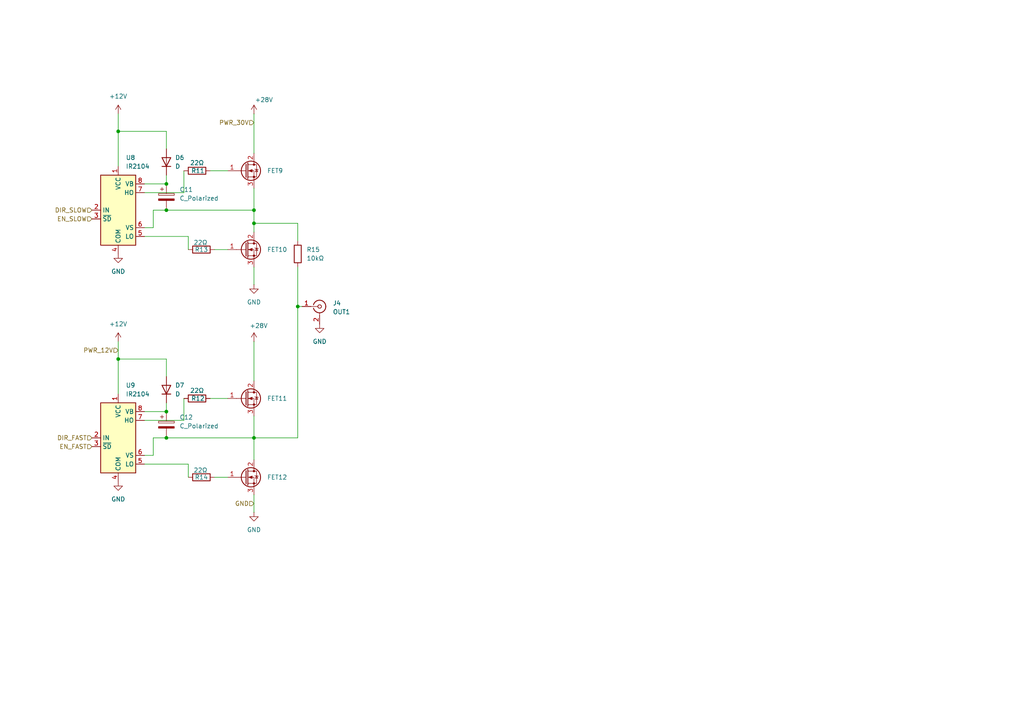
<source format=kicad_sch>
(kicad_sch (version 20250114) (generator "eeschema") (generator_version "9.0")
  (paper "A4")
  (lib_symbols
    (symbol "Connector:Conn_Coaxial" (pin_names (offset 1.016) (hide yes))
      (property "Reference" "J" (at 0.254 3.048 0))
      (property "Value" "Conn_Coaxial" (at 2.921 0 90))
      (symbol "Conn_Coaxial_0_1"
        (polyline (pts (xy -2.54 0) (xy -0.508 0)))
        (arc (start 1.778 0) (mid 0.222 -1.8079) (end -1.778 -0.508) (stroke (width 0.254)))
        (arc (start -1.778 0.508) (mid 0.2221 1.8084) (end 1.778 0) (stroke (width 0.254)))
        (circle (center 0 0) (radius 0.508) (stroke (width 0.2032)))
        (polyline (pts (xy 0 -2.54) (xy 0 -1.778)))
      )
      (symbol "Conn_Coaxial_1_1"
        (pin passive line (at -5.08 0 0) (length 2.54) (name "In") (number "1"))
        (pin passive line (at 0 -5.08 90) (length 2.54) (name "Ext") (number "2"))
      )
    )
    (symbol "Device:C_Polarized" (pin_numbers (hide yes)) (pin_names (offset 0.254))
      (property "Reference" "C" (at 0.635 2.54 0))
      (property "Value" "C_Polarized" (at 0.635 -2.54 0))
      (symbol "C_Polarized_0_1"
        (rectangle (start -2.286 0.508) (end 2.286 1.016))
        (polyline (pts (xy -1.778 2.286) (xy -0.762 2.286)))
        (polyline (pts (xy -1.27 2.794) (xy -1.27 1.778)))
        (rectangle (start 2.286 -0.508) (end -2.286 -1.016) (fill (type outline)))
      )
      (symbol "C_Polarized_1_1"
        (pin passive line (at 0 3.81 270) (length 2.794) (name "~") (number "1"))
        (pin passive line (at 0 -3.81 90) (length 2.794) (name "~") (number "2"))
      )
    )
    (symbol "Device:D" (pin_numbers (hide yes)) (pin_names (offset 1.016) (hide yes))
      (property "Reference" "D" (at 0 2.54 0))
      (property "Value" "D" (at 0 -2.54 0))
      (symbol "D_0_1"
        (polyline (pts (xy -1.27 1.27) (xy -1.27 -1.27)) (stroke (width 0.254)))
        (polyline (pts (xy 1.27 1.27) (xy 1.27 -1.27) (xy -1.27 0) (xy 1.27 1.27)) (stroke (width 0.254)))
        (polyline (pts (xy 1.27 0) (xy -1.27 0)))
      )
      (symbol "D_1_1"
        (pin passive line (at -3.81 0 0) (length 2.54) (name "K") (number "1"))
        (pin passive line (at 3.81 0 180) (length 2.54) (name "A") (number "2"))
      )
    )
    (symbol "Device:Q_NMOS_Depletion_GDS" (pin_names (offset 0) (hide yes))
      (property "Reference" "Q" (at 5.08 1.905 0))
      (property "Value" "Q_NMOS_Depletion_GDS" (at 5.08 0 0))
      (symbol "Q_NMOS_Depletion_GDS_0_1"
        (polyline (pts (xy 0.254 1.905) (xy 0.254 -1.905)) (stroke (width 0.254)))
        (polyline (pts (xy 0.254 0) (xy -2.54 0)))
        (polyline (pts (xy 0.762 2.286) (xy 0.762 -2.286)) (stroke (width 0.254)))
        (polyline (pts (xy 0.762 -1.778) (xy 3.302 -1.778) (xy 3.302 1.778) (xy 0.762 1.778)))
        (polyline (pts (xy 1.016 0) (xy 2.032 0.381) (xy 2.032 -0.381) (xy 1.016 0)) (fill (type outline)))
        (circle (center 1.651 0) (radius 2.794) (stroke (width 0.254)))
        (polyline (pts (xy 2.54 2.54) (xy 2.54 1.778)))
        (circle (center 2.54 1.778) (radius 0.254) (fill (type outline)))
        (circle (center 2.54 -1.778) (radius 0.254) (fill (type outline)))
        (polyline (pts (xy 2.54 -2.54) (xy 2.54 0) (xy 0.762 0)))
        (polyline (pts (xy 2.794 0.508) (xy 2.921 0.381) (xy 3.683 0.381) (xy 3.81 0.254)))
        (polyline (pts (xy 3.302 0.381) (xy 2.921 -0.254) (xy 3.683 -0.254) (xy 3.302 0.381)))
      )
      (symbol "Q_NMOS_Depletion_GDS_1_1"
        (pin input line (at -5.08 0 0) (length 2.54) (name "G") (number "1"))
        (pin passive line (at 2.54 5.08 270) (length 2.54) (name "D") (number "2"))
        (pin passive line (at 2.54 -5.08 90) (length 2.54) (name "S") (number "3"))
      )
    )
    (symbol "Device:R" (pin_numbers (hide yes)) (pin_names (offset 0))
      (property "Reference" "R" (at 2.032 0 90))
      (property "Value" "R" (at 0 0 90))
      (symbol "R_0_1"
        (rectangle (start -1.016 -2.54) (end 1.016 2.54) (stroke (width 0.254)))
      )
      (symbol "R_1_1"
        (pin passive line (at 0 3.81 270) (length 1.27) (name "~") (number "1"))
        (pin passive line (at 0 -3.81 90) (length 1.27) (name "~") (number "2"))
      )
    )
    (symbol "Driver_FET:IR2104"
      (property "Reference" "U" (at 1.27 13.335 0))
      (property "Value" "IR2104" (at 1.27 11.43 0))
      (symbol "IR2104_0_1"
        (rectangle (start -5.08 -10.16) (end 5.08 10.16) (stroke (width 0.254)) (fill (type background)))
      )
      (symbol "IR2104_1_1"
        (pin input line (at -7.62 0 0) (length 2.54) (name "IN") (number "2"))
        (pin input line (at -7.62 -2.54 0) (length 2.54) (name "~{SD}") (number "3"))
        (pin power_in line (at 0 12.7 270) (length 2.54) (name "VCC") (number "1"))
        (pin power_in line (at 0 -12.7 90) (length 2.54) (name "COM") (number "4"))
        (pin passive line (at 7.62 7.62 180) (length 2.54) (name "VB") (number "8"))
        (pin output line (at 7.62 5.08 180) (length 2.54) (name "HO") (number "7"))
        (pin passive line (at 7.62 -5.08 180) (length 2.54) (name "VS") (number "6"))
        (pin output line (at 7.62 -7.62 180) (length 2.54) (name "LO") (number "5"))
      )
    )
    (symbol "power:+12V" (power) (pin_numbers (hide yes)) (pin_names (offset 0) (hide yes))
      (property "Value" "+12V" (at 0 3.556 0))
      (symbol "+12V_0_1"
        (polyline (pts (xy -0.762 1.27) (xy 0 2.54)))
        (polyline (pts (xy 0 2.54) (xy 0.762 1.27)))
        (polyline (pts (xy 0 0) (xy 0 2.54)))
      )
      (symbol "+12V_1_1"
        (pin power_in line (at 0 0 90) (length 0) (name "~") (number "1"))
      )
    )
    (symbol "power:+36V" (power) (pin_numbers (hide yes)) (pin_names (offset 0) (hide yes))
      (property "Value" "+36V" (at 0 3.556 0))
      (symbol "+36V_0_1"
        (polyline (pts (xy -0.762 1.27) (xy 0 2.54)))
        (polyline (pts (xy 0 2.54) (xy 0.762 1.27)))
        (polyline (pts (xy 0 0) (xy 0 2.54)))
      )
      (symbol "+36V_1_1"
        (pin power_in line (at 0 0 90) (length 0) (name "~") (number "1"))
      )
    )
    (symbol "power:GND" (power) (pin_numbers (hide yes)) (pin_names (offset 0) (hide yes))
      (property "Value" "GND" (at 0 -3.81 0))
      (symbol "GND_0_1"
        (polyline (pts (xy 0 0) (xy 0 -1.27) (xy 1.27 -1.27) (xy 0 -2.54) (xy -1.27 -1.27) (xy 0 -1.27)))
      )
      (symbol "GND_1_1"
        (pin power_in line (at 0 0 270) (length 0) (name "~") (number "1"))
      )
    )
  )
  (junction (at 48.26 127))
  (junction (at 48.26 119.38))
  (junction (at 73.66 127))
  (junction (at 73.66 60.96))
  (junction (at 86.36 88.9))
  (junction (at 48.26 53.34))
  (junction (at 34.29 104.14))
  (junction (at 48.26 60.96))
  (junction (at 34.29 38.1))
  (junction (at 73.66 64.77))
  (wire (pts (xy 73.66 33.02) (xy 73.66 44.45)))
  (wire (pts (xy 34.29 38.1) (xy 34.29 48.26)))
  (wire (pts (xy 48.26 43.18) (xy 48.26 38.1)))
  (wire (pts (xy 41.91 66.04) (xy 44.45 66.04)))
  (wire (pts (xy 53.34 121.92) (xy 41.91 121.92)))
  (wire (pts (xy 73.66 143.51) (xy 73.66 148.59)))
  (wire (pts (xy 73.66 54.61) (xy 73.66 60.96)))
  (wire (pts (xy 48.26 50.8) (xy 48.26 53.34)))
  (wire (pts (xy 44.45 132.08) (xy 44.45 127)))
  (wire (pts (xy 48.26 109.22) (xy 48.26 104.14)))
  (wire (pts (xy 62.23 138.43) (xy 66.04 138.43)))
  (wire (pts (xy 53.34 115.57) (xy 53.34 121.92)))
  (wire (pts (xy 48.26 127) (xy 73.66 127)))
  (wire (pts (xy 53.34 55.88) (xy 41.91 55.88)))
  (wire (pts (xy 41.91 119.38) (xy 48.26 119.38)))
  (wire (pts (xy 73.66 77.47) (xy 73.66 82.55)))
  (wire (pts (xy 44.45 127) (xy 48.26 127)))
  (wire (pts (xy 41.91 53.34) (xy 48.26 53.34)))
  (wire (pts (xy 86.36 64.77) (xy 73.66 64.77)))
  (wire (pts (xy 44.45 60.96) (xy 48.26 60.96)))
  (wire (pts (xy 86.36 64.77) (xy 86.36 69.85)))
  (wire (pts (xy 73.66 64.77) (xy 73.66 67.31)))
  (wire (pts (xy 53.34 49.53) (xy 53.34 55.88)))
  (wire (pts (xy 86.36 88.9) (xy 86.36 127)))
  (wire (pts (xy 73.66 60.96) (xy 73.66 64.77)))
  (wire (pts (xy 60.96 49.53) (xy 66.04 49.53)))
  (wire (pts (xy 73.66 120.65) (xy 73.66 127)))
  (wire (pts (xy 60.96 115.57) (xy 66.04 115.57)))
  (wire (pts (xy 73.66 127) (xy 73.66 133.35)))
  (wire (pts (xy 54.61 134.62) (xy 54.61 138.43)))
  (wire (pts (xy 48.26 60.96) (xy 73.66 60.96)))
  (wire (pts (xy 34.29 104.14) (xy 34.29 114.3)))
  (wire (pts (xy 73.66 99.06) (xy 73.66 110.49)))
  (wire (pts (xy 86.36 77.47) (xy 86.36 88.9)))
  (wire (pts (xy 41.91 134.62) (xy 54.61 134.62)))
  (wire (pts (xy 41.91 68.58) (xy 54.61 68.58)))
  (wire (pts (xy 62.23 72.39) (xy 66.04 72.39)))
  (wire (pts (xy 48.26 104.14) (xy 34.29 104.14)))
  (wire (pts (xy 48.26 38.1) (xy 34.29 38.1)))
  (wire (pts (xy 41.91 132.08) (xy 44.45 132.08)))
  (wire (pts (xy 86.36 88.9) (xy 87.63 88.9)))
  (wire (pts (xy 34.29 99.06) (xy 34.29 104.14)))
  (wire (pts (xy 54.61 68.58) (xy 54.61 72.39)))
  (wire (pts (xy 48.26 116.84) (xy 48.26 119.38)))
  (wire (pts (xy 44.45 66.04) (xy 44.45 60.96)))
  (wire (pts (xy 34.29 33.02) (xy 34.29 38.1)))
  (wire (pts (xy 73.66 127) (xy 86.36 127)))
  (hierarchical_label "GND" (shape input) (at 73.66 146.05 180))
  (hierarchical_label "PWR_12V" (shape input) (at 34.29 101.6 180))
  (hierarchical_label "EN_SLOW" (shape input) (at 26.67 63.5 180))
  (hierarchical_label "EN_FAST" (shape input) (at 26.67 129.54 180))
  (hierarchical_label "DIR_SLOW" (shape input) (at 26.67 60.96 180))
  (hierarchical_label "PWR_30V" (shape input) (at 73.66 35.56 180))
  (hierarchical_label "DIR_FAST" (shape input) (at 26.67 127 180))
  (symbol (lib_id "power:+36V") (at 73.66 99.06 0) (unit 1)
    (property "Reference" "#PWR026" (effects (hide yes)))
    (property "Value" "+28V" (at 72.39 94.488 0) (effects (justify left)))
    (property "Description" "Power symbol creates a global label with name \"+36V\"" (effects (hide yes)))
    (instances (project "homemade_attocube" (path "" (reference "#PWR035") (unit 1)) (path "" (reference "#PWR07") (unit 1)) (path "" (reference "#PWR026") (unit 1))))
  )
  (symbol (lib_id "Device:Q_NMOS_Depletion_GDS") (at 71.12 49.53 0) (unit 1)
    (property "Reference" "FET1" (at 77.47 49.5299 0) (effects (justify left)))
    (property "Value" "Q_NMOS_Depletion_GDS" (effects (hide yes)))
    (property "Footprint" "Package_TO_SOT_THT:TO-220-3_Vertical" (effects (hide yes)))
    (property "Description" "Depletion-mode N-channel MOSFET gate/drain/source" (effects (hide yes)))
    (instances (project "homemade_attocube" (path "" (reference "FET9") (unit 1)) (path "" (reference "FET5") (unit 1)) (path "" (reference "FET1") (unit 1))))
  )
  (symbol (lib_id "power:GND") (at 73.66 82.55 0) (unit 1)
    (property "Reference" "#PWR025" (effects (hide yes)))
    (property "Value" "GND" (at 73.66 87.63 0))
    (property "Description" "Power symbol creates a global label with name \"GND\" , ground" (effects (hide yes)))
    (instances (project "homemade_attocube" (path "" (reference "#PWR034") (unit 1)) (path "" (reference "#PWR06") (unit 1)) (path "" (reference "#PWR025") (unit 1))))
  )
  (symbol (lib_id "Device:C_Polarized") (at 48.26 57.15 0) (unit 1)
    (property "Reference" "C7" (at 52.07 54.9909 0) (effects (justify left)))
    (property "Value" "C_Polarized" (at 52.07 57.5309 0) (effects (justify left)))
    (property "Footprint" "Capacitor_THT:CP_Radial_D5.0mm_P2.00mm" (effects (hide yes)))
    (property "Description" "Polarized capacitor" (effects (hide yes)))
    (instances (project "homemade_attocube" (path "" (reference "C11") (unit 1)) (path "" (reference "C1") (unit 1)) (path "" (reference "C7") (unit 1))))
  )
  (symbol (lib_id "power:GND") (at 73.66 148.59 0) (unit 1)
    (property "Reference" "#PWR027" (effects (hide yes)))
    (property "Value" "GND" (at 73.66 153.67 0))
    (property "Description" "Power symbol creates a global label with name \"GND\" , ground" (effects (hide yes)))
    (instances (project "homemade_attocube" (path "" (reference "#PWR036") (unit 1)) (path "" (reference "#PWR08") (unit 1)) (path "" (reference "#PWR027") (unit 1))))
  )
  (symbol (lib_id "Device:R") (at 57.15 115.57 90) (unit 1)
    (property "Reference" "R7" (at 57.404 115.57 90))
    (property "Value" "22Ω" (at 57.15 113.284 90))
    (property "Footprint" "Resistor_SMD:R_1206_3216Metric_Pad1.30x1.75mm_HandSolder" (effects (hide yes)))
    (property "Description" "Resistor" (effects (hide yes)))
    (instances (project "homemade_attocube" (path "" (reference "R12") (unit 1)) (path "" (reference "R2") (unit 1)) (path "" (reference "R7") (unit 1))))
  )
  (symbol (lib_id "power:+36V") (at 73.66 33.02 0) (unit 1)
    (property "Reference" "#PWR024" (effects (hide yes)))
    (property "Value" "+28V" (at 73.914 28.956 0) (effects (justify left)))
    (property "Description" "Power symbol creates a global label with name \"+36V\"" (effects (hide yes)))
    (instances (project "homemade_attocube" (path "" (reference "#PWR033") (unit 1)) (path "" (reference "#PWR05") (unit 1)) (path "" (reference "#PWR024") (unit 1))))
  )
  (symbol (lib_id "Device:Q_NMOS_Depletion_GDS") (at 71.12 138.43 0) (unit 1)
    (property "Reference" "FET4" (at 77.47 138.4299 0) (effects (justify left)))
    (property "Value" "Q_NMOS_Depletion_GDS" (effects (hide yes)))
    (property "Footprint" "Package_TO_SOT_THT:TO-220-3_Vertical" (effects (hide yes)))
    (property "Description" "Depletion-mode N-channel MOSFET gate/drain/source" (effects (hide yes)))
    (instances (project "homemade_attocube" (path "" (reference "FET12") (unit 1)) (path "" (reference "FET8") (unit 1)) (path "" (reference "FET4") (unit 1))))
  )
  (symbol (lib_id "Driver_FET:IR2104") (at 34.29 127 0) (unit 1)
    (property "Reference" "U7" (at 36.4841 111.76 0) (effects (justify left)))
    (property "Value" "IR2104" (at 36.4841 114.3 0) (effects (justify left)))
    (property "Footprint" "Package_SO:SOIC-8_3.9x4.9mm_P1.27mm" (effects (hide yes)))
    (property "Datasheet" "https://www.infineon.com/dgdl/ir2104.pdf?fileId=5546d462533600a4015355c7c1c31671" (effects (hide yes)))
    (property "Description" "Half-Bridge Driver, 600V, 210/360mA, PDIP-8/SOIC-8" (effects (hide yes)))
    (instances (project "homemade_attocube" (path "" (reference "U9") (unit 1)) (path "" (reference "U2") (unit 1)) (path "" (reference "U7") (unit 1))))
  )
  (symbol (lib_id "power:GND") (at 92.71 93.98 0) (unit 1)
    (property "Reference" "#PWR028" (effects (hide yes)))
    (property "Value" "GND" (at 92.71 99.06 0))
    (property "Description" "Power symbol creates a global label with name \"GND\" , ground" (effects (hide yes)))
    (instances (project "homemade_attocube" (path "" (reference "#PWR037") (unit 1)) (path "" (reference "#PWR019") (unit 1)) (path "" (reference "#PWR028") (unit 1))))
  )
  (symbol (lib_id "power:+12V") (at 34.29 33.02 0) (unit 1)
    (property "Reference" "#PWR020" (effects (hide yes)))
    (property "Value" "+12V" (at 34.29 27.94 0))
    (property "Description" "Power symbol creates a global label with name \"+12V\"" (effects (hide yes)))
    (instances (project "homemade_attocube" (path "" (reference "#PWR029") (unit 1)) (path "" (reference "#PWR01") (unit 1)) (path "" (reference "#PWR020") (unit 1))))
  )
  (symbol (lib_id "Device:R") (at 58.42 138.43 90) (unit 1)
    (property "Reference" "R9" (at 58.42 138.43 90))
    (property "Value" "22Ω" (at 58.166 136.398 90))
    (property "Footprint" "Resistor_SMD:R_1206_3216Metric_Pad1.30x1.75mm_HandSolder" (effects (hide yes)))
    (property "Description" "Resistor" (effects (hide yes)))
    (instances (project "homemade_attocube" (path "" (reference "R14") (unit 1)) (path "" (reference "R4") (unit 1)) (path "" (reference "R9") (unit 1))))
  )
  (symbol (lib_id "power:GND") (at 34.29 73.66 0) (unit 1)
    (property "Reference" "#PWR021" (effects (hide yes)))
    (property "Value" "GND" (at 34.29 78.74 0))
    (property "Description" "Power symbol creates a global label with name \"GND\" , ground" (effects (hide yes)))
    (instances (project "homemade_attocube" (path "" (reference "#PWR030") (unit 1)) (path "" (reference "#PWR02") (unit 1)) (path "" (reference "#PWR021") (unit 1))))
  )
  (symbol (lib_id "Device:Q_NMOS_Depletion_GDS") (at 71.12 115.57 0) (unit 1)
    (property "Reference" "FET3" (at 77.47 115.5699 0) (effects (justify left)))
    (property "Value" "Q_NMOS_Depletion_GDS" (effects (hide yes)))
    (property "Footprint" "Package_TO_SOT_THT:TO-220-3_Vertical" (effects (hide yes)))
    (property "Description" "Depletion-mode N-channel MOSFET gate/drain/source" (effects (hide yes)))
    (instances (project "homemade_attocube" (path "" (reference "FET11") (unit 1)) (path "" (reference "FET7") (unit 1)) (path "" (reference "FET3") (unit 1))))
  )
  (symbol (lib_id "Device:C_Polarized") (at 48.26 123.19 0) (unit 1)
    (property "Reference" "C8" (at 52.07 121.0309 0) (effects (justify left)))
    (property "Value" "C_Polarized" (at 52.07 123.5709 0) (effects (justify left)))
    (property "Footprint" "Capacitor_THT:CP_Radial_D5.0mm_P2.00mm" (effects (hide yes)))
    (property "Description" "Polarized capacitor" (effects (hide yes)))
    (instances (project "homemade_attocube" (path "" (reference "C12") (unit 1)) (path "" (reference "C2") (unit 1)) (path "" (reference "C8") (unit 1))))
  )
  (symbol (lib_id "Device:D") (at 48.26 46.99 90) (unit 1)
    (property "Reference" "D4" (at 50.8 45.7199 90) (effects (justify right)))
    (property "Value" "D" (at 50.8 48.2599 90) (effects (justify right)))
    (property "Footprint" "Diode_SMD:D_1206_3216Metric_Pad1.42x1.75mm_HandSolder" (effects (hide yes)))
    (property "Description" "Diode" (effects (hide yes)))
    (property "Sim.Device" "D" (effects (hide yes)))
    (property "Sim.Pins" "1=K 2=A" (effects (hide yes)))
    (instances (project "homemade_attocube" (path "" (reference "D6") (unit 1)) (path "" (reference "D1") (unit 1)) (path "" (reference "D4") (unit 1))))
  )
  (symbol (lib_id "Device:D") (at 48.26 113.03 90) (unit 1)
    (property "Reference" "D5" (at 50.8 111.7599 90) (effects (justify right)))
    (property "Value" "D" (at 50.8 114.2999 90) (effects (justify right)))
    (property "Footprint" "Diode_SMD:D_1206_3216Metric_Pad1.42x1.75mm_HandSolder" (effects (hide yes)))
    (property "Description" "Diode" (effects (hide yes)))
    (property "Sim.Device" "D" (effects (hide yes)))
    (property "Sim.Pins" "1=K 2=A" (effects (hide yes)))
    (instances (project "homemade_attocube" (path "" (reference "D7") (unit 1)) (path "" (reference "D2") (unit 1)) (path "" (reference "D5") (unit 1))))
  )
  (symbol (lib_id "Device:R") (at 86.36 73.66 180) (unit 1)
    (property "Reference" "R10" (at 88.9 72.3899 0) (effects (justify right)))
    (property "Value" "10kΩ" (at 88.9 74.9299 0) (effects (justify right)))
    (property "Footprint" "Resistor_SMD:R_1206_3216Metric_Pad1.30x1.75mm_HandSolder" (effects (hide yes)))
    (property "Description" "Resistor" (effects (hide yes)))
    (instances (project "homemade_attocube" (path "" (reference "R15") (unit 1)) (path "" (reference "R5") (unit 1)) (path "" (reference "R10") (unit 1))))
  )
  (symbol (lib_id "Device:R") (at 58.42 72.39 90) (unit 1)
    (property "Reference" "R8" (at 58.42 72.39 90))
    (property "Value" "22Ω" (at 58.166 70.358 90))
    (property "Footprint" "Resistor_SMD:R_1206_3216Metric_Pad1.30x1.75mm_HandSolder" (effects (hide yes)))
    (property "Description" "Resistor" (effects (hide yes)))
    (instances (project "homemade_attocube" (path "" (reference "R13") (unit 1)) (path "" (reference "R3") (unit 1)) (path "" (reference "R8") (unit 1))))
  )
  (symbol (lib_id "Driver_FET:IR2104") (at 34.29 60.96 0) (unit 1)
    (property "Reference" "U6" (at 36.4841 45.72 0) (effects (justify left)))
    (property "Value" "IR2104" (at 36.4841 48.26 0) (effects (justify left)))
    (property "Footprint" "Package_SO:SOIC-8_3.9x4.9mm_P1.27mm" (effects (hide yes)))
    (property "Datasheet" "https://www.infineon.com/dgdl/ir2104.pdf?fileId=5546d462533600a4015355c7c1c31671" (effects (hide yes)))
    (property "Description" "Half-Bridge Driver, 600V, 210/360mA, PDIP-8/SOIC-8" (effects (hide yes)))
    (instances (project "homemade_attocube" (path "" (reference "U8") (unit 1)) (path "" (reference "U1") (unit 1)) (path "" (reference "U6") (unit 1))))
  )
  (symbol (lib_id "power:+12V") (at 34.29 99.06 0) (unit 1)
    (property "Reference" "#PWR022" (effects (hide yes)))
    (property "Value" "+12V" (at 34.29 93.98 0))
    (property "Description" "Power symbol creates a global label with name \"+12V\"" (effects (hide yes)))
    (instances (project "homemade_attocube" (path "" (reference "#PWR031") (unit 1)) (path "" (reference "#PWR03") (unit 1)) (path "" (reference "#PWR022") (unit 1))))
  )
  (symbol (lib_id "power:GND") (at 34.29 139.7 0) (unit 1)
    (property "Reference" "#PWR023" (effects (hide yes)))
    (property "Value" "GND" (at 34.29 144.78 0))
    (property "Description" "Power symbol creates a global label with name \"GND\" , ground" (effects (hide yes)))
    (instances (project "homemade_attocube" (path "" (reference "#PWR032") (unit 1)) (path "" (reference "#PWR04") (unit 1)) (path "" (reference "#PWR023") (unit 1))))
  )
  (symbol (lib_id "Device:R") (at 57.15 49.53 90) (unit 1)
    (property "Reference" "R6" (at 57.404 49.53 90))
    (property "Value" "22Ω" (at 57.15 47.244 90))
    (property "Footprint" "Resistor_SMD:R_1206_3216Metric_Pad1.30x1.75mm_HandSolder" (effects (hide yes)))
    (property "Description" "Resistor" (effects (hide yes)))
    (instances (project "homemade_attocube" (path "" (reference "R11") (unit 1)) (path "" (reference "R1") (unit 1)) (path "" (reference "R6") (unit 1))))
  )
  (symbol (lib_id "Connector:Conn_Coaxial") (at 92.71 88.9 0) (unit 1)
    (property "Reference" "J3" (at 96.52 87.9231 0) (effects (justify left)))
    (property "Value" "OUT1" (at 96.52 90.4631 0) (effects (justify left)))
    (property "Footprint" "Connector_Coaxial:BNC_Amphenol_B6252HB-NPP3G-50_Horizontal" (effects (hide yes)))
    (property "Datasheet" " ~" (effects (hide yes)))
    (property "Description" "coaxial connector (BNC, SMA, SMB, SMC, Cinch/RCA, LEMO, ...)" (effects (hide yes)))
    (instances (project "homemade_attocube" (path "" (reference "J4") (unit 1)) (path "" (reference "J2") (unit 1)) (path "" (reference "J3") (unit 1))))
  )
  (symbol (lib_id "Device:Q_NMOS_Depletion_GDS") (at 71.12 72.39 0) (unit 1)
    (property "Reference" "FET2" (at 77.47 72.3899 0) (effects (justify left)))
    (property "Value" "Q_NMOS_Depletion_GDS" (effects (hide yes)))
    (property "Footprint" "Package_TO_SOT_THT:TO-220-3_Vertical" (effects (hide yes)))
    (property "Description" "Depletion-mode N-channel MOSFET gate/drain/source" (effects (hide yes)))
    (instances (project "homemade_attocube" (path "" (reference "FET10") (unit 1)) (path "" (reference "FET6") (unit 1)) (path "" (reference "FET2") (unit 1))))
  )
)
</source>
